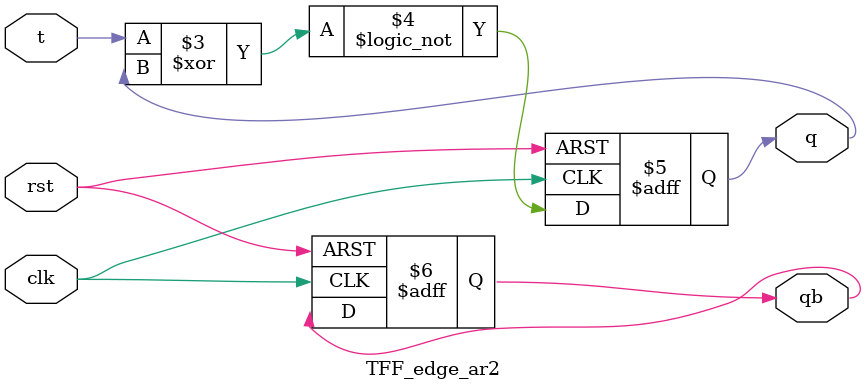
<source format=v>
module TFF_edge_ar2(
    input t,clk,rst,
    output q,qb
);
    reg q,qb;
    always @(posedge clk or negedge rst) begin
        if(~rst)
        begin
          q<=0;
          qb<=1;
        end
        else begin
            q=t^q;
            q=!q;
        end
    end
endmodule
</source>
